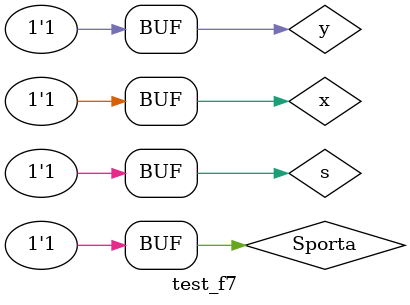
<source format=v>

module f71 ( output s, input a, input b, input select );
    assign s = a || b;
endmodule

module f72 ( output s, input a, input b, input select );
    assign s = ~(a || b);
endmodule

module f73 ( output s, input a, input b, input select );
     assign s = a && b;
 endmodule

 module f74 ( output s, input a, input b, input select );
     assign s = ~(a && b);
 endmodule


// -------------------------
// multiplexer
// -------------------------
module mux ( output s, input a, input b, input select , input selectGrupo);
    // definir dados locais
    wire not_select;
    wire not_selectGrupo;
    
    wire Nor;
    wire Or;
    wire And;
    wire Nand;

    wire SOr;
    wire SNor;
    wire SAnd;
    wire SNand;
    
    wire Sfinal1;
    wire Sfinal2;
    wire Sfinal3;
    wire Sfinal4;
    
    // descrever por portas
    not NOT1 ( not_select, select );
    not NOT2 (not_selectGrupo, selectGrupo);
    
    or OR_AB ( Or, a, b );
    nor NOR_AB ( Nor, a, b );
    and AND_AB ( And, a, b );
    nand NAND_AB ( Nand, a, b );
    
    and AND_SELECT1_1 ( SOr, Or, not_select ); //seleção para a+b
    and AND_SELECT1_2 ( SAnd, And, not_select ); //seleção para a.b
    and AND_SELECT2_1 ( SNor, Nor, select ); //seleção para ~(a+b)
    and AND_SELECT2_2 ( SNand, Nand, select ); //seleção para ~(a.b)
    
    or OR_OPERATION1 ( Sfinal1, SOr, SNor ); 
    or OR_OPERATION2 ( Sfinal2, SAnd, SNand );

    and AND_SELECT3_1 ( Sfinal3, Sfinal1, not_selectGrupo ); //seleção para NOR/OR
    and AND_SELECT3_2 ( Sfinal4, Sfinal2, selectGrupo ); //sleção para NAND/AND

    or OR1 ( s , Sfinal3, Sfinal4 );

endmodule // mux
    
module test_f7;
    // ------------------------- definir dados
    reg x;
    reg y;
    reg s;
    reg Sporta;
    wire s1;
    wire s2;
    wire s3;
    wire s4;
    wire Mux;
    f71 F71 ( s1, x, y, s );
    f72 F72 ( s2, x, y, s ); 
    f73 F73 ( s3, x, y, s );
    f74 F74 ( s4, x, y, s );

    mux MUX1 ( Mux, x, y, s, Sporta );// ------------------------- parte principal
    
    initial
    begin : main
        $display("Guia_0701 - Luís Augusto Lima de Oliveira - 805413");
        $display("Test LU's module");
        $display("\nPrevisão - ( ((x+y).s') + (~(x+y).s) ).Sgrupo' + ( ((x.y).s') + (~(x.y).s) ).Sgrupo \n\t - Para S=0 e Sgrupo=0   SoP(x,y) = m(1,2,3)\t OR\n\t - Para S=1 e Sgrupo=0   SoP(x,y) = m(0)\t NOR\n\t - Para S=0 e Sgrupo=1   SoP(x,y) = m(3)\t AND \n\t - Para S=1 e Sgrupo=1   SoP(x,y) = m(0,1,2)\t NAND\n");
        
        $display("-------------------------------------------------------------------------------------");
        $display("|   Entradas   |    Seleção        |          Saídas padrão          |   Saída MUX  |");
        $display("|    x     y   |       s  Sporta   |     and    nand    or    nor    |       s      |");
        // projetar testes do modulo
        #1 $monitor("| %4b  %4b   |    %4b %4b      |   %4b    %4b   %4b   %4b    |    %4b      |", x, y, s, Sporta, s3, s4, s1, s2, Mux);
        
        #1 $display("|              |                   |                                 |              |");
        
        // or/nor
        #1 x = 1'b0; y = 1'b0; s = 1'b0; Sporta = 1'b0;
        #1 x = 1'b0; y = 1'b1; s = 1'b0; Sporta = 1'b0;
        #1 x = 1'b1; y = 1'b0; s = 1'b0; Sporta = 1'b0;
        #1 x = 1'b1; y = 1'b1; s = 1'b0; Sporta = 1'b0;
        #1 $display("-------------------------------------------------------------------------------------");
        #1 x = 1'b0; y = 1'b0; s = 1'b1; Sporta = 1'b0;
        #1 x = 1'b0; y = 1'b1; s = 1'b1; Sporta = 1'b0;
        #1 x = 1'b1; y = 1'b0; s = 1'b1; Sporta = 1'b0;
        #1 x = 1'b1; y = 1'b1; s = 1'b1; Sporta = 1'b0;
        #1 $display("-------------------------------------------------------------------------------------");
        
        //  and/nand
        #1 x = 1'b0; y = 1'b0; s = 1'b0; Sporta = 1'b1;
        #1 x = 1'b0; y = 1'b1; s = 1'b0; Sporta = 1'b1;
        #1 x = 1'b1; y = 1'b0; s = 1'b0; Sporta = 1'b1;
        #1 x = 1'b1; y = 1'b1; s = 1'b0; Sporta = 1'b1;
        #1 $display("-------------------------------------------------------------------------------------");
        #1 x = 1'b0; y = 1'b0; s = 1'b1; Sporta = 1'b1;
        #1 x = 1'b0; y = 1'b1; s = 1'b1; Sporta = 1'b1;
        #1 x = 1'b1; y = 1'b0; s = 1'b1; Sporta = 1'b1;
        #1 x = 1'b1; y = 1'b1; s = 1'b1; Sporta = 1'b1;
        #1 $display("-------------------------------------------------------------------------------------");

    end
endmodule // test_f7


</source>
